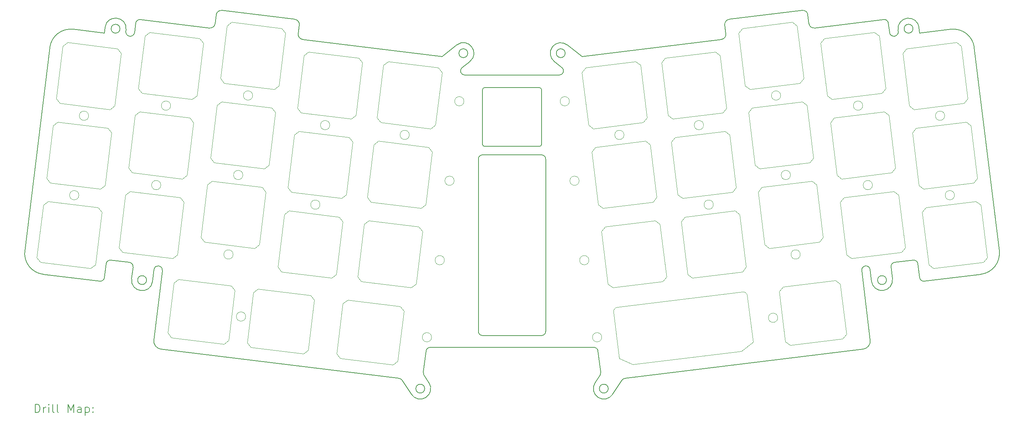
<source format=gbr>
%TF.GenerationSoftware,KiCad,Pcbnew,7.0.10-7.0.10~ubuntu23.04.1*%
%TF.CreationDate,Date%
%TF.ProjectId,plate_asym,706c6174-655f-4617-9379-6d2e6b696361,v0.1*%
%TF.SameCoordinates,PX8bd8a70PY50733a9*%
%TF.FileFunction,Drillmap*%
%TF.FilePolarity,Positive*%
%FSLAX45Y45*%
G04 Gerber Fmt 4.5, Leading zero omitted, Abs format (unit mm)*
G04 Created by KiCad*
%MOMM*%
%LPD*%
G01*
G04 APERTURE LIST*
%ADD10C,0.200000*%
%ADD11C,0.050000*%
G04 APERTURE END LIST*
D10*
X7768292Y-5899563D02*
X9505248Y-6112834D01*
X13000263Y-6996607D02*
X13352501Y-6720889D01*
X24349350Y-12254164D02*
G75*
G03*
X24460788Y-12341232I99260J12194D01*
G01*
X17344395Y-14654494D02*
X23002554Y-13959760D01*
X15313947Y-9135806D02*
X14013947Y-9135806D01*
X5019723Y-11927357D02*
X4979547Y-12254570D01*
X3086355Y-11619111D02*
G75*
G03*
X3521694Y-12176319I496255J-60949D01*
G01*
X13660987Y-7114385D02*
G75*
G03*
X13352501Y-6720889I-154247J196745D01*
G01*
X16636342Y-14759971D02*
G75*
G03*
X17055221Y-15032984I209438J-136509D01*
G01*
X13611743Y-6917636D02*
G75*
G03*
X13401743Y-6917636I-105000J0D01*
G01*
X13401743Y-6917636D02*
G75*
G03*
X13611743Y-6917636I105000J0D01*
G01*
X5131165Y-11840286D02*
G75*
G03*
X5019723Y-11927357I-12195J-99244D01*
G01*
X6155813Y-12066852D02*
X6121562Y-12345799D01*
X12273674Y-15033392D02*
X12056088Y-14699552D01*
X5574672Y-6512416D02*
X5582675Y-6513399D01*
X25807199Y-12175911D02*
G75*
G03*
X26242538Y-11618705I-60919J496261D01*
G01*
X9609729Y-6246564D02*
X9583984Y-6456240D01*
X23002554Y-13959759D02*
G75*
G03*
X23176689Y-13736877I-24374J198509D01*
G01*
X12720579Y-13914990D02*
X16608264Y-13914636D01*
X24349347Y-12254164D02*
X24309170Y-11926951D01*
X5487603Y-6400975D02*
G75*
G03*
X5574672Y-6512416I99257J-12185D01*
G01*
X6152205Y-13737283D02*
X6354315Y-12091221D01*
X5659546Y-12005918D02*
G75*
G03*
X5572472Y-11894475I-99266J12178D01*
G01*
X5625289Y-12284864D02*
X5659540Y-12005917D01*
X21720071Y-6213315D02*
G75*
G03*
X21853807Y-6317795I119129J14655D01*
G01*
X6326340Y-13960166D02*
X11984498Y-14654900D01*
X24335684Y-6303549D02*
G75*
G03*
X23836896Y-6364792I-249394J-30621D01*
G01*
X23207331Y-12345393D02*
X23173081Y-12066446D01*
X7475087Y-6318200D02*
G75*
G03*
X7608817Y-6213720I14613J119120D01*
G01*
X19640428Y-6589563D02*
G75*
G03*
X19744910Y-6455834I-14608J119093D01*
G01*
X23207335Y-12345393D02*
G75*
G03*
X23703604Y-12284458I248135J30463D01*
G01*
X14013947Y-7735806D02*
X15313947Y-7735806D01*
X9583985Y-6456240D02*
G75*
G03*
X9688465Y-6589969I119085J-14640D01*
G01*
X13477932Y-7257363D02*
G75*
G03*
X13539500Y-7436170I61558J-78807D01*
G01*
X9609728Y-6246564D02*
G75*
G03*
X9505248Y-6112834I-119118J14614D01*
G01*
X25648849Y-6783501D02*
X26242538Y-11618705D01*
X15927151Y-6917230D02*
G75*
G03*
X15717151Y-6917230I-105000J0D01*
G01*
X15717151Y-6917230D02*
G75*
G03*
X15927151Y-6917230I105000J0D01*
G01*
X15464069Y-9434813D02*
X15464069Y-13534813D01*
X13539500Y-7436170D02*
X15789529Y-7435847D01*
X24352305Y-6438942D02*
X25091641Y-6348163D01*
X15364069Y-13634813D02*
X13964069Y-13634813D01*
X13660985Y-7114383D02*
X13477930Y-7257360D01*
X5491997Y-6365198D02*
G75*
G03*
X4993213Y-6303955I-249392J30621D01*
G01*
X21853807Y-6317795D02*
X23495992Y-6116160D01*
X5625289Y-12284864D02*
G75*
G03*
X6121562Y-12345799I248137J-30467D01*
G01*
X16170920Y-6872985D02*
X16328630Y-6996201D01*
X4237252Y-6348569D02*
X4976589Y-6439348D01*
X5832901Y-6116571D02*
G75*
G03*
X5721460Y-6203634I-12191J-99249D01*
G01*
X12720579Y-13914988D02*
G75*
G03*
X12621475Y-14001701I11J-100002D01*
G01*
X23756422Y-11894072D02*
G75*
G03*
X23669354Y-12005511I12178J-99248D01*
G01*
X15976392Y-6720482D02*
X16170920Y-6872985D01*
X4237252Y-6348570D02*
G75*
G03*
X3680044Y-6783907I-60922J-496290D01*
G01*
X13864077Y-13534813D02*
G75*
G03*
X13964069Y-13634813I100023J23D01*
G01*
X19744910Y-6455834D02*
X19719165Y-6246158D01*
X23669354Y-12005511D02*
X23703604Y-12284458D01*
X23560468Y-12314926D02*
G75*
G03*
X23350468Y-12314926I-105000J0D01*
G01*
X23350468Y-12314926D02*
G75*
G03*
X23560468Y-12314926I105000J0D01*
G01*
X5832902Y-6116566D02*
X7475087Y-6318201D01*
X15363954Y-7785806D02*
G75*
G03*
X15313947Y-7735806I-50004J-4D01*
G01*
X25807199Y-12175913D02*
X24460788Y-12341232D01*
X23607431Y-6203228D02*
G75*
G03*
X23495992Y-6116160I-99251J-12182D01*
G01*
X17272806Y-14699146D02*
X17055220Y-15032986D01*
X15363947Y-7785806D02*
X15363947Y-9085806D01*
X4868105Y-12341637D02*
G75*
G03*
X4979547Y-12254570I12185J99257D01*
G01*
X5582675Y-6513397D02*
G75*
G03*
X5694116Y-6426331I12185J99257D01*
G01*
X16707385Y-14001340D02*
X16774719Y-14503251D01*
X23634779Y-6425925D02*
G75*
G03*
X23746219Y-6512993I99261J12195D01*
G01*
X13964069Y-9334813D02*
X15364069Y-9334813D01*
X16707385Y-14001340D02*
G75*
G03*
X16608264Y-13914636I-99115J-13300D01*
G01*
X19823646Y-6112429D02*
X21560602Y-5899157D01*
X12588114Y-14896882D02*
G75*
G03*
X12378114Y-14896882I-105000J0D01*
G01*
X12378114Y-14896882D02*
G75*
G03*
X12588114Y-14896882I105000J0D01*
G01*
X24191288Y-6334171D02*
G75*
G03*
X23981288Y-6334171I-105000J0D01*
G01*
X23981288Y-6334171D02*
G75*
G03*
X24191288Y-6334171I105000J0D01*
G01*
X23836896Y-6364792D02*
X23841289Y-6400569D01*
X23607433Y-6203228D02*
X23634777Y-6425925D01*
X13964069Y-9334809D02*
G75*
G03*
X13864069Y-9434813I1J-100001D01*
G01*
X25648854Y-6783501D02*
G75*
G03*
X25091641Y-6348163I-496284J-60949D01*
G01*
X12273673Y-15033389D02*
G75*
G03*
X12692555Y-14760375I209444J136503D01*
G01*
X9688465Y-6589970D02*
X13000263Y-6996607D01*
X16328630Y-6996201D02*
X19640428Y-6589564D01*
X15313947Y-9135807D02*
G75*
G03*
X15363947Y-9085806I3J49997D01*
G01*
X24309168Y-11926952D02*
G75*
G03*
X24197729Y-11839884I-99248J-12178D01*
G01*
X15464067Y-9434813D02*
G75*
G03*
X15364069Y-9334813I-99997J3D01*
G01*
X16636338Y-14759969D02*
X16759388Y-14571135D01*
X15976392Y-6720483D02*
G75*
G03*
X15667909Y-7113977I-154242J-196747D01*
G01*
X13963947Y-9085806D02*
X13963947Y-7785806D01*
X15789529Y-7435849D02*
G75*
G03*
X15851070Y-7257038I-9J99999D01*
G01*
X16950780Y-14896476D02*
G75*
G03*
X16740779Y-14896476I-105000J0D01*
G01*
X16740779Y-14896476D02*
G75*
G03*
X16950780Y-14896476I105000J0D01*
G01*
X4868105Y-12341638D02*
X3521694Y-12176319D01*
X23756422Y-11894069D02*
X24197729Y-11839884D01*
X5131165Y-11840290D02*
X5572472Y-11894475D01*
X12554177Y-14503658D02*
G75*
G03*
X12569505Y-14571541I99113J-13292D01*
G01*
X12569505Y-14571541D02*
X12692555Y-14760375D01*
X5487605Y-6400975D02*
X5491997Y-6365198D01*
X17344396Y-14654496D02*
G75*
G03*
X17272806Y-14699146I12184J-99254D01*
G01*
X21694332Y-6003638D02*
X21720076Y-6213314D01*
X23173082Y-12066442D02*
G75*
G03*
X22974578Y-12090815I-99252J-12188D01*
G01*
X24352260Y-6438580D02*
X24335681Y-6303549D01*
X16759388Y-14571135D02*
G75*
G03*
X16774719Y-14503251I-83778J54595D01*
G01*
X6152205Y-13737283D02*
G75*
G03*
X6326340Y-13960166I198505J-24377D01*
G01*
X13864069Y-13534813D02*
X13864069Y-9434813D01*
X19823646Y-6112427D02*
G75*
G03*
X19719165Y-6246158I14634J-119113D01*
G01*
X23746219Y-6512993D02*
X23754221Y-6512010D01*
X7608817Y-6213720D02*
X7634562Y-6004044D01*
X5978426Y-12315332D02*
G75*
G03*
X5768426Y-12315332I-105000J0D01*
G01*
X5768426Y-12315332D02*
G75*
G03*
X5978426Y-12315332I105000J0D01*
G01*
X12554174Y-14503657D02*
X12621475Y-14001701D01*
X5694116Y-6426331D02*
X5721460Y-6203634D01*
X12056089Y-14699551D02*
G75*
G03*
X11984498Y-14654900I-83779J-54609D01*
G01*
X15851070Y-7257038D02*
X15667909Y-7113977D01*
X13963954Y-9085806D02*
G75*
G03*
X14013947Y-9135806I49996J-4D01*
G01*
X5347605Y-6334577D02*
G75*
G03*
X5137605Y-6334577I-105000J0D01*
G01*
X5137605Y-6334577D02*
G75*
G03*
X5347605Y-6334577I105000J0D01*
G01*
X15364069Y-13634819D02*
G75*
G03*
X15464069Y-13534813I-9J100009D01*
G01*
X14013947Y-7735807D02*
G75*
G03*
X13963947Y-7785806I3J-50003D01*
G01*
X3086356Y-11619111D02*
X3680044Y-6783907D01*
X4993213Y-6303955D02*
X4976633Y-6438986D01*
X21694340Y-6003637D02*
G75*
G03*
X21560602Y-5899157I-119120J-14643D01*
G01*
X23754221Y-6512008D02*
G75*
G03*
X23841289Y-6400569I-12191J99258D01*
G01*
X22974578Y-12090815D02*
X23176689Y-13736877D01*
X6354308Y-12091220D02*
G75*
G03*
X6155813Y-12066848I-99248J12180D01*
G01*
X7768292Y-5899557D02*
G75*
G03*
X7634562Y-6004044I-14603J-119133D01*
G01*
D11*
X19960333Y-10667365D02*
X18769278Y-10813608D01*
X19960333Y-10667365D02*
X20071774Y-10754433D01*
X18682210Y-10925050D02*
X18769278Y-10813608D01*
X18682210Y-10925050D02*
X18835765Y-12175658D01*
X20225330Y-12005041D02*
X20071774Y-10754433D01*
X18835765Y-12175658D02*
X18947207Y-12262726D01*
X20138262Y-12116482D02*
X20225330Y-12005041D01*
X18947207Y-12262726D02*
X20138262Y-12116482D01*
X16796080Y-13675067D02*
G75*
G03*
X16576080Y-13675067I-110000J0D01*
G01*
X16576080Y-13675067D02*
G75*
G03*
X16796080Y-13675067I110000J0D01*
G01*
X21793093Y-9962504D02*
X20602038Y-10108747D01*
X21793093Y-9962504D02*
X21904535Y-10049572D01*
X20514970Y-10220189D02*
X20602038Y-10108747D01*
X20514970Y-10220189D02*
X20668525Y-11470797D01*
X22058090Y-11300180D02*
X21904535Y-10049572D01*
X20668525Y-11470797D02*
X20779967Y-11557864D01*
X21971022Y-11411621D02*
X22058090Y-11300180D01*
X20779967Y-11557864D02*
X21971022Y-11411621D01*
X11544755Y-8567043D02*
X12735810Y-8713286D01*
X11544755Y-8567043D02*
X11457687Y-8455601D01*
X12847252Y-8626218D02*
X12735810Y-8713286D01*
X12847252Y-8626218D02*
X13000807Y-7375610D01*
X11611243Y-7204993D02*
X11457687Y-8455601D01*
X13000807Y-7375610D02*
X12913739Y-7264169D01*
X11722684Y-7117925D02*
X11611243Y-7204993D01*
X12913739Y-7264169D02*
X11722684Y-7117925D01*
X11312594Y-10457843D02*
X12503649Y-10604086D01*
X11312594Y-10457843D02*
X11225526Y-10346402D01*
X12615091Y-10517019D02*
X12503649Y-10604086D01*
X12615091Y-10517019D02*
X12768646Y-9266411D01*
X11379081Y-9095794D02*
X11225526Y-10346402D01*
X12768646Y-9266411D02*
X12681578Y-9154969D01*
X11490523Y-9008726D02*
X11379081Y-9095794D01*
X12681578Y-9154969D02*
X11490523Y-9008726D01*
X8517826Y-12613313D02*
X8371583Y-13804369D01*
X8517826Y-12613313D02*
X8629268Y-12526246D01*
X8458651Y-13915810D02*
X8371583Y-13804369D01*
X8458651Y-13915810D02*
X9709259Y-14069366D01*
X9879876Y-12679801D02*
X8629268Y-12526246D01*
X9709259Y-14069366D02*
X9820701Y-13982298D01*
X9966944Y-12791242D02*
X9879876Y-12679801D01*
X9820701Y-13982298D02*
X9966944Y-12791242D01*
X23741934Y-10203043D02*
X22550878Y-10349286D01*
X23741934Y-10203043D02*
X23853375Y-10290111D01*
X22463811Y-10460728D02*
X22550878Y-10349286D01*
X22463811Y-10460728D02*
X22617366Y-11711336D01*
X24006931Y-11540719D02*
X23853375Y-10290111D01*
X22617366Y-11711336D02*
X22728808Y-11798403D01*
X23919863Y-11652160D02*
X24006931Y-11540719D01*
X22728808Y-11798403D02*
X23919863Y-11652160D01*
X16026897Y-8060706D02*
G75*
G03*
X15806897Y-8060706I-110000J0D01*
G01*
X15806897Y-8060706D02*
G75*
G03*
X16026897Y-8060706I110000J0D01*
G01*
X23509773Y-8312242D02*
X22318717Y-8458486D01*
X23509773Y-8312242D02*
X23621214Y-8399310D01*
X22231650Y-8569927D02*
X22318717Y-8458486D01*
X22231650Y-8569927D02*
X22385205Y-9820535D01*
X23774770Y-9649918D02*
X23621214Y-8399310D01*
X22385205Y-9820535D02*
X22496646Y-9907603D01*
X23687702Y-9761360D02*
X23774770Y-9649918D01*
X22496646Y-9907603D02*
X23687702Y-9761360D01*
X12751814Y-13675067D02*
G75*
G03*
X12531814Y-13675067I-110000J0D01*
G01*
X12531814Y-13675067D02*
G75*
G03*
X12751814Y-13675067I110000J0D01*
G01*
X6627026Y-12381152D02*
X6480783Y-13572208D01*
X6627026Y-12381152D02*
X6738467Y-12294085D01*
X6567850Y-13683649D02*
X6480783Y-13572208D01*
X6567850Y-13683649D02*
X7818458Y-13837205D01*
X7989075Y-12447640D02*
X6738467Y-12294085D01*
X7818458Y-13837205D02*
X7929900Y-13750137D01*
X8076143Y-12559082D02*
X7989075Y-12447640D01*
X7929900Y-13750137D02*
X8076143Y-12559082D01*
X8267445Y-9814784D02*
G75*
G03*
X8047445Y-9814784I-110000J0D01*
G01*
X8047445Y-9814784D02*
G75*
G03*
X8267445Y-9814784I110000J0D01*
G01*
X23228673Y-10055405D02*
G75*
G03*
X23008673Y-10055405I-110000J0D01*
G01*
X23008673Y-10055405D02*
G75*
G03*
X23228673Y-10055405I110000J0D01*
G01*
X13056675Y-11842307D02*
G75*
G03*
X12836675Y-11842307I-110000J0D01*
G01*
X12836675Y-11842307D02*
G75*
G03*
X13056675Y-11842307I110000J0D01*
G01*
X5408032Y-11652160D02*
X6599087Y-11798403D01*
X5408032Y-11652160D02*
X5320964Y-11540719D01*
X6710528Y-11711336D02*
X6599087Y-11798403D01*
X6710528Y-11711336D02*
X6864084Y-10460728D01*
X5474519Y-10290111D02*
X5320964Y-11540719D01*
X6864084Y-10460728D02*
X6777016Y-10349286D01*
X5585961Y-10203043D02*
X5474519Y-10290111D01*
X6777016Y-10349286D02*
X5585961Y-10203043D01*
X18069533Y-10899526D02*
X16878477Y-11045769D01*
X18069533Y-10899526D02*
X18180974Y-10986594D01*
X16791409Y-11157211D02*
X16878477Y-11045769D01*
X16791409Y-11157211D02*
X16944965Y-12407819D01*
X18334529Y-12237202D02*
X18180974Y-10986594D01*
X16944965Y-12407819D02*
X17056406Y-12494887D01*
X18247462Y-12348644D02*
X18334529Y-12237202D01*
X17056406Y-12494887D02*
X18247462Y-12348644D01*
X9653955Y-8334882D02*
X10845010Y-8481125D01*
X9653955Y-8334882D02*
X9566887Y-8223440D01*
X10956451Y-8394057D02*
X10845010Y-8481125D01*
X10956451Y-8394057D02*
X11110007Y-7143449D01*
X9720442Y-6972832D02*
X9566887Y-8223440D01*
X11110007Y-7143449D02*
X11022939Y-7032007D01*
X9831884Y-6885764D02*
X9720442Y-6972832D01*
X11022939Y-7032007D02*
X9831884Y-6885764D01*
X4370380Y-10295944D02*
G75*
G03*
X4150380Y-10295944I-110000J0D01*
G01*
X4150380Y-10295944D02*
G75*
G03*
X4370380Y-10295944I110000J0D01*
G01*
X24945352Y-8405144D02*
G75*
G03*
X24725352Y-8405144I-110000J0D01*
G01*
X24725352Y-8405144D02*
G75*
G03*
X24945352Y-8405144I110000J0D01*
G01*
X11080433Y-12348644D02*
X12271488Y-12494887D01*
X11080433Y-12348644D02*
X10993365Y-12237202D01*
X12382930Y-12407819D02*
X12271488Y-12494887D01*
X12382930Y-12407819D02*
X12536485Y-11157211D01*
X11146920Y-10986594D02*
X10993365Y-12237202D01*
X12536485Y-11157211D02*
X12449417Y-11045769D01*
X11258362Y-10899526D02*
X11146920Y-10986594D01*
X12449417Y-11045769D02*
X11258362Y-10899526D01*
X21047672Y-7924065D02*
G75*
G03*
X20827672Y-7924065I-110000J0D01*
G01*
X20827672Y-7924065D02*
G75*
G03*
X21047672Y-7924065I110000J0D01*
G01*
X10644977Y-12874494D02*
X10498734Y-14065550D01*
X10644977Y-12874494D02*
X10756418Y-12787427D01*
X10585801Y-14176991D02*
X10498734Y-14065550D01*
X10585801Y-14176991D02*
X11836409Y-14330547D01*
X12007026Y-12940982D02*
X10756418Y-12787427D01*
X11836409Y-14330547D02*
X11947851Y-14243479D01*
X12094094Y-13052424D02*
X12007026Y-12940982D01*
X11947851Y-14243479D02*
X12094094Y-13052424D01*
X3691352Y-10001899D02*
X4882407Y-10148142D01*
X3691352Y-10001899D02*
X3604284Y-9890457D01*
X4993849Y-10061074D02*
X4882407Y-10148142D01*
X4993849Y-10061074D02*
X5147404Y-8810466D01*
X3757840Y-8639849D02*
X3604284Y-9890457D01*
X5147404Y-8810466D02*
X5060337Y-8699025D01*
X3869281Y-8552782D02*
X3757840Y-8639849D01*
X5060337Y-8699025D02*
X3869281Y-8552782D01*
X16491219Y-11842307D02*
G75*
G03*
X16271219Y-11842307I-110000J0D01*
G01*
X16271219Y-11842307D02*
G75*
G03*
X16491219Y-11842307I110000J0D01*
G01*
X23277612Y-6421442D02*
X22086556Y-6567685D01*
X23277612Y-6421442D02*
X23389053Y-6508510D01*
X21999489Y-6679127D02*
X22086556Y-6567685D01*
X21999489Y-6679127D02*
X22153044Y-7929735D01*
X23542608Y-7759118D02*
X23389053Y-6508510D01*
X22153044Y-7929735D02*
X22264485Y-8016803D01*
X23455541Y-7870559D02*
X23542608Y-7759118D01*
X22264485Y-8016803D02*
X23455541Y-7870559D01*
X25226452Y-6661981D02*
X24035397Y-6808224D01*
X25226452Y-6661981D02*
X25337894Y-6749049D01*
X23948329Y-6919666D02*
X24035397Y-6808224D01*
X23948329Y-6919666D02*
X24101885Y-8170274D01*
X25491449Y-7999657D02*
X25337894Y-6749049D01*
X24101885Y-8170274D02*
X24213326Y-8257342D01*
X25404381Y-8111098D02*
X25491449Y-7999657D01*
X24213326Y-8257342D02*
X25404381Y-8111098D01*
X5640193Y-9761360D02*
X6831248Y-9907603D01*
X5640193Y-9761360D02*
X5553125Y-9649918D01*
X6942689Y-9820535D02*
X6831248Y-9907603D01*
X6942689Y-9820535D02*
X7096245Y-8569927D01*
X5706680Y-8399310D02*
X5553125Y-9649918D01*
X7096245Y-8569927D02*
X7009177Y-8458486D01*
X5818122Y-8312242D02*
X5706680Y-8399310D01*
X7009177Y-8458486D02*
X5818122Y-8312242D01*
X3923513Y-8111098D02*
X5114568Y-8257342D01*
X3923513Y-8111098D02*
X3836445Y-7999657D01*
X5226010Y-8170274D02*
X5114568Y-8257342D01*
X5226010Y-8170274D02*
X5379565Y-6919666D01*
X3990001Y-6749049D02*
X3836445Y-7999657D01*
X5379565Y-6919666D02*
X5292498Y-6808224D01*
X4101442Y-6661981D02*
X3990001Y-6749049D01*
X5292498Y-6808224D02*
X4101442Y-6661981D01*
X19214911Y-8628927D02*
G75*
G03*
X18994911Y-8628927I-110000J0D01*
G01*
X18994911Y-8628927D02*
G75*
G03*
X19214911Y-8628927I110000J0D01*
G01*
X6551382Y-8164604D02*
G75*
G03*
X6331382Y-8164604I-110000J0D01*
G01*
X6331382Y-8164604D02*
G75*
G03*
X6551382Y-8164604I110000J0D01*
G01*
X5872354Y-7870559D02*
X7063409Y-8016803D01*
X5872354Y-7870559D02*
X5785286Y-7759118D01*
X7174851Y-7929735D02*
X7063409Y-8016803D01*
X7174851Y-7929735D02*
X7328406Y-6679127D01*
X5938841Y-6508510D02*
X5785286Y-7759118D01*
X7328406Y-6679127D02*
X7241338Y-6567685D01*
X6050283Y-6421442D02*
X5938841Y-6508510D01*
X7241338Y-6567685D02*
X6050283Y-6421442D01*
X7589033Y-9520821D02*
X8780089Y-9667064D01*
X7589033Y-9520821D02*
X7501966Y-9409379D01*
X8891530Y-9579996D02*
X8780089Y-9667064D01*
X8891530Y-9579996D02*
X9045086Y-8329388D01*
X7655521Y-8158771D02*
X7501966Y-9409379D01*
X9045086Y-8329388D02*
X8958018Y-8217947D01*
X7766962Y-8071703D02*
X7655521Y-8158771D01*
X8958018Y-8217947D02*
X7766962Y-8071703D01*
X10100205Y-10519646D02*
G75*
G03*
X9880205Y-10519646I-110000J0D01*
G01*
X9880205Y-10519646D02*
G75*
G03*
X10100205Y-10519646I110000J0D01*
G01*
X25177514Y-10295944D02*
G75*
G03*
X24957514Y-10295944I-110000J0D01*
G01*
X24957514Y-10295944D02*
G75*
G03*
X25177514Y-10295944I110000J0D01*
G01*
X25690911Y-10443261D02*
X24499856Y-10589504D01*
X25690911Y-10443261D02*
X25802353Y-10530328D01*
X24412788Y-10700945D02*
X24499856Y-10589504D01*
X24412788Y-10700945D02*
X24566344Y-11951553D01*
X25955908Y-11780936D02*
X25802353Y-10530328D01*
X24566344Y-11951553D02*
X24677785Y-12038621D01*
X25868840Y-11892378D02*
X25955908Y-11780936D01*
X24677785Y-12038621D02*
X25868840Y-11892378D01*
X16259058Y-9951507D02*
G75*
G03*
X16039058Y-9951507I-110000J0D01*
G01*
X16039058Y-9951507D02*
G75*
G03*
X16259058Y-9951507I110000J0D01*
G01*
X8500223Y-7924065D02*
G75*
G03*
X8280223Y-7924065I-110000J0D01*
G01*
X8280223Y-7924065D02*
G75*
G03*
X8500223Y-7924065I110000J0D01*
G01*
X13520998Y-8060706D02*
G75*
G03*
X13300998Y-8060706I-110000J0D01*
G01*
X13300998Y-8060706D02*
G75*
G03*
X13520998Y-8060706I110000J0D01*
G01*
X8035284Y-11705585D02*
G75*
G03*
X7815284Y-11705585I-110000J0D01*
G01*
X7815284Y-11705585D02*
G75*
G03*
X8035284Y-11705585I110000J0D01*
G01*
X8333863Y-13181725D02*
G75*
G03*
X8113863Y-13181725I-110000J0D01*
G01*
X8113863Y-13181725D02*
G75*
G03*
X8333863Y-13181725I110000J0D01*
G01*
X20977497Y-13211116D02*
G75*
G03*
X20757497Y-13211116I-110000J0D01*
G01*
X20757497Y-13211116D02*
G75*
G03*
X20977497Y-13211116I110000J0D01*
G01*
X17324727Y-8861006D02*
G75*
G03*
X17104727Y-8861006I-110000J0D01*
G01*
X17104727Y-8861006D02*
G75*
G03*
X17324727Y-8861006I110000J0D01*
G01*
X10332983Y-8628927D02*
G75*
G03*
X10112983Y-8628927I-110000J0D01*
G01*
X10112983Y-8628927D02*
G75*
G03*
X10332983Y-8628927I110000J0D01*
G01*
X3459808Y-11892781D02*
X4650863Y-12039024D01*
X3459808Y-11892781D02*
X3372740Y-11781340D01*
X4762305Y-11951957D02*
X4650863Y-12039024D01*
X4762305Y-11951957D02*
X4915860Y-10701349D01*
X3526295Y-10530732D02*
X3372740Y-11781340D01*
X4915860Y-10701349D02*
X4828792Y-10589907D01*
X3637737Y-10443664D02*
X3526295Y-10530732D01*
X4828792Y-10589907D02*
X3637737Y-10443664D01*
X21512610Y-11705584D02*
G75*
G03*
X21292610Y-11705584I-110000J0D01*
G01*
X21292610Y-11705584D02*
G75*
G03*
X21512610Y-11705584I110000J0D01*
G01*
X22996512Y-8164604D02*
G75*
G03*
X22776512Y-8164604I-110000J0D01*
G01*
X22776512Y-8164604D02*
G75*
G03*
X22996512Y-8164604I110000J0D01*
G01*
X9189632Y-12116482D02*
X10380688Y-12262726D01*
X9189632Y-12116482D02*
X9102565Y-12005041D01*
X10492129Y-12175658D02*
X10380688Y-12262726D01*
X10492129Y-12175658D02*
X10645685Y-10925050D01*
X9256120Y-10754433D02*
X9102565Y-12005041D01*
X10645685Y-10925050D02*
X10558617Y-10813608D01*
X9367562Y-10667365D02*
X9256120Y-10754433D01*
X10558617Y-10813608D02*
X9367562Y-10667365D01*
X13288837Y-9951507D02*
G75*
G03*
X13068837Y-9951507I-110000J0D01*
G01*
X13068837Y-9951507D02*
G75*
G03*
X13288837Y-9951507I110000J0D01*
G01*
X17215341Y-14180931D02*
X17079456Y-13074242D01*
X17215341Y-14180931D02*
X17535041Y-14323029D01*
X17166524Y-12962801D02*
X20144162Y-12597193D01*
X20115661Y-14006168D02*
X17535041Y-14323029D01*
X20255604Y-12684260D02*
X20391488Y-13790949D01*
X20391488Y-13790949D02*
X20115661Y-14006168D01*
X17166524Y-12962801D02*
G75*
G03*
X17079456Y-13074242I12187J-99254D01*
G01*
X20255604Y-12684260D02*
G75*
G03*
X20144162Y-12597193I-99255J-12187D01*
G01*
X7356872Y-11411621D02*
X8547928Y-11557864D01*
X7356872Y-11411621D02*
X7269804Y-11300180D01*
X8659369Y-11470797D02*
X8547928Y-11557864D01*
X8659369Y-11470797D02*
X8812925Y-10220189D01*
X7423360Y-10049572D02*
X7269804Y-11300180D01*
X8812925Y-10220189D02*
X8725857Y-10108747D01*
X7534801Y-9962504D02*
X7423360Y-10049572D01*
X8725857Y-10108747D02*
X7534801Y-9962504D01*
X25458613Y-8552782D02*
X24267558Y-8699025D01*
X25458613Y-8552782D02*
X25570055Y-8639849D01*
X24180490Y-8810466D02*
X24267558Y-8699025D01*
X24180490Y-8810466D02*
X24334046Y-10061074D01*
X25723610Y-9890457D02*
X25570055Y-8639849D01*
X24334046Y-10061074D02*
X24445487Y-10148142D01*
X25636543Y-10001899D02*
X25723610Y-9890457D01*
X24445487Y-10148142D02*
X25636543Y-10001899D01*
X17605210Y-7117925D02*
X16414155Y-7264169D01*
X17605210Y-7117925D02*
X17716652Y-7204993D01*
X16327087Y-7375610D02*
X16414155Y-7264169D01*
X16327087Y-7375610D02*
X16480643Y-8626218D01*
X17870207Y-8455601D02*
X17716652Y-7204993D01*
X16480643Y-8626218D02*
X16592084Y-8713286D01*
X17783140Y-8567043D02*
X17870207Y-8455601D01*
X16592084Y-8713286D02*
X17783140Y-8567043D01*
X19728172Y-8776565D02*
X18537116Y-8922808D01*
X19728172Y-8776565D02*
X19839613Y-8863632D01*
X18450049Y-9034250D02*
X18537116Y-8922808D01*
X18450049Y-9034250D02*
X18603604Y-10284858D01*
X19993169Y-10114241D02*
X19839613Y-8863632D01*
X18603604Y-10284858D02*
X18715046Y-10371925D01*
X19906101Y-10225682D02*
X19993169Y-10114241D01*
X18715046Y-10371925D02*
X19906101Y-10225682D01*
X17837371Y-9008726D02*
X16646316Y-9154969D01*
X17837371Y-9008726D02*
X17948813Y-9095794D01*
X16559248Y-9266411D02*
X16646316Y-9154969D01*
X16559248Y-9266411D02*
X16712804Y-10517019D01*
X18102368Y-10346402D02*
X17948813Y-9095794D01*
X16712804Y-10517019D02*
X16824245Y-10604086D01*
X18015301Y-10457843D02*
X18102368Y-10346402D01*
X16824245Y-10604086D02*
X18015301Y-10457843D01*
X19447689Y-10519645D02*
G75*
G03*
X19227689Y-10519645I-110000J0D01*
G01*
X19227689Y-10519645D02*
G75*
G03*
X19447689Y-10519645I110000J0D01*
G01*
X4602542Y-8405144D02*
G75*
G03*
X4382542Y-8405144I-110000J0D01*
G01*
X4382542Y-8405144D02*
G75*
G03*
X4602542Y-8405144I110000J0D01*
G01*
X21328771Y-6180903D02*
X20137716Y-6327146D01*
X21328771Y-6180903D02*
X21440212Y-6267971D01*
X20050648Y-6438588D02*
X20137716Y-6327146D01*
X20050648Y-6438588D02*
X20204203Y-7689196D01*
X21593768Y-7518579D02*
X21440212Y-6267971D01*
X20204203Y-7689196D02*
X20315645Y-7776264D01*
X21506700Y-7630020D02*
X21593768Y-7518579D01*
X20315645Y-7776264D02*
X21506700Y-7630020D01*
X21280449Y-9814784D02*
G75*
G03*
X21060449Y-9814784I-110000J0D01*
G01*
X21060449Y-9814784D02*
G75*
G03*
X21280449Y-9814784I110000J0D01*
G01*
X19496011Y-6885764D02*
X18304955Y-7032007D01*
X19496011Y-6885764D02*
X19607452Y-6972832D01*
X18217888Y-7143449D02*
X18304955Y-7032007D01*
X18217888Y-7143449D02*
X18371443Y-8394057D01*
X19761008Y-8223440D02*
X19607452Y-6972832D01*
X18371443Y-8394057D02*
X18482885Y-8481125D01*
X19673940Y-8334882D02*
X19761008Y-8223440D01*
X18482885Y-8481125D02*
X19673940Y-8334882D01*
X21015354Y-12588151D02*
X21161597Y-13779207D01*
X21015354Y-12588151D02*
X21102422Y-12476710D01*
X21273039Y-13866274D02*
X21161597Y-13779207D01*
X21273039Y-13866274D02*
X22523647Y-13712719D01*
X22353030Y-12323154D02*
X21102422Y-12476710D01*
X22523647Y-13712719D02*
X22610715Y-13601277D01*
X22464471Y-12410222D02*
X22353030Y-12323154D01*
X22610715Y-13601277D02*
X22464471Y-12410222D01*
X12223167Y-8861006D02*
G75*
G03*
X12003167Y-8861006I-110000J0D01*
G01*
X12003167Y-8861006D02*
G75*
G03*
X12223167Y-8861006I110000J0D01*
G01*
X6319221Y-10055405D02*
G75*
G03*
X6099221Y-10055405I-110000J0D01*
G01*
X6099221Y-10055405D02*
G75*
G03*
X6319221Y-10055405I110000J0D01*
G01*
X7821194Y-7630020D02*
X9012250Y-7776264D01*
X7821194Y-7630020D02*
X7734127Y-7518579D01*
X9123691Y-7689196D02*
X9012250Y-7776264D01*
X9123691Y-7689196D02*
X9277247Y-6438588D01*
X7887682Y-6267971D02*
X7734127Y-7518579D01*
X9277247Y-6438588D02*
X9190179Y-6327146D01*
X7999124Y-6180903D02*
X7887682Y-6267971D01*
X9190179Y-6327146D02*
X7999124Y-6180903D01*
X9421793Y-10225682D02*
X10612849Y-10371925D01*
X9421793Y-10225682D02*
X9334726Y-10114241D01*
X10724290Y-10284858D02*
X10612849Y-10371925D01*
X10724290Y-10284858D02*
X10877846Y-9034250D01*
X9488281Y-8863632D02*
X9334726Y-10114241D01*
X10877846Y-9034250D02*
X10790778Y-8922808D01*
X9599723Y-8776565D02*
X9488281Y-8863632D01*
X10790778Y-8922808D02*
X9599723Y-8776565D01*
X21560932Y-8071703D02*
X20369877Y-8217947D01*
X21560932Y-8071703D02*
X21672374Y-8158771D01*
X20282809Y-8329388D02*
X20369877Y-8217947D01*
X20282809Y-8329388D02*
X20436364Y-9579996D01*
X21825929Y-9409379D02*
X21672374Y-8158771D01*
X20436364Y-9579996D02*
X20547806Y-9667064D01*
X21738861Y-9520821D02*
X21825929Y-9409379D01*
X20547806Y-9667064D02*
X21738861Y-9520821D01*
D10*
X3333403Y-15468369D02*
X3333403Y-15268369D01*
X3333403Y-15268369D02*
X3381022Y-15268369D01*
X3381022Y-15268369D02*
X3409593Y-15277893D01*
X3409593Y-15277893D02*
X3428641Y-15296941D01*
X3428641Y-15296941D02*
X3438165Y-15315988D01*
X3438165Y-15315988D02*
X3447689Y-15354084D01*
X3447689Y-15354084D02*
X3447689Y-15382655D01*
X3447689Y-15382655D02*
X3438165Y-15420750D01*
X3438165Y-15420750D02*
X3428641Y-15439798D01*
X3428641Y-15439798D02*
X3409593Y-15458846D01*
X3409593Y-15458846D02*
X3381022Y-15468369D01*
X3381022Y-15468369D02*
X3333403Y-15468369D01*
X3533403Y-15468369D02*
X3533403Y-15335036D01*
X3533403Y-15373131D02*
X3542927Y-15354084D01*
X3542927Y-15354084D02*
X3552450Y-15344560D01*
X3552450Y-15344560D02*
X3571498Y-15335036D01*
X3571498Y-15335036D02*
X3590546Y-15335036D01*
X3657212Y-15468369D02*
X3657212Y-15335036D01*
X3657212Y-15268369D02*
X3647689Y-15277893D01*
X3647689Y-15277893D02*
X3657212Y-15287417D01*
X3657212Y-15287417D02*
X3666736Y-15277893D01*
X3666736Y-15277893D02*
X3657212Y-15268369D01*
X3657212Y-15268369D02*
X3657212Y-15287417D01*
X3781022Y-15468369D02*
X3761974Y-15458846D01*
X3761974Y-15458846D02*
X3752450Y-15439798D01*
X3752450Y-15439798D02*
X3752450Y-15268369D01*
X3885784Y-15468369D02*
X3866736Y-15458846D01*
X3866736Y-15458846D02*
X3857212Y-15439798D01*
X3857212Y-15439798D02*
X3857212Y-15268369D01*
X4114355Y-15468369D02*
X4114355Y-15268369D01*
X4114355Y-15268369D02*
X4181022Y-15411227D01*
X4181022Y-15411227D02*
X4247689Y-15268369D01*
X4247689Y-15268369D02*
X4247689Y-15468369D01*
X4428641Y-15468369D02*
X4428641Y-15363608D01*
X4428641Y-15363608D02*
X4419117Y-15344560D01*
X4419117Y-15344560D02*
X4400070Y-15335036D01*
X4400070Y-15335036D02*
X4361974Y-15335036D01*
X4361974Y-15335036D02*
X4342927Y-15344560D01*
X4428641Y-15458846D02*
X4409593Y-15468369D01*
X4409593Y-15468369D02*
X4361974Y-15468369D01*
X4361974Y-15468369D02*
X4342927Y-15458846D01*
X4342927Y-15458846D02*
X4333403Y-15439798D01*
X4333403Y-15439798D02*
X4333403Y-15420750D01*
X4333403Y-15420750D02*
X4342927Y-15401703D01*
X4342927Y-15401703D02*
X4361974Y-15392179D01*
X4361974Y-15392179D02*
X4409593Y-15392179D01*
X4409593Y-15392179D02*
X4428641Y-15382655D01*
X4523879Y-15335036D02*
X4523879Y-15535036D01*
X4523879Y-15344560D02*
X4542927Y-15335036D01*
X4542927Y-15335036D02*
X4581022Y-15335036D01*
X4581022Y-15335036D02*
X4600070Y-15344560D01*
X4600070Y-15344560D02*
X4609593Y-15354084D01*
X4609593Y-15354084D02*
X4619117Y-15373131D01*
X4619117Y-15373131D02*
X4619117Y-15430274D01*
X4619117Y-15430274D02*
X4609593Y-15449322D01*
X4609593Y-15449322D02*
X4600070Y-15458846D01*
X4600070Y-15458846D02*
X4581022Y-15468369D01*
X4581022Y-15468369D02*
X4542927Y-15468369D01*
X4542927Y-15468369D02*
X4523879Y-15458846D01*
X4704832Y-15449322D02*
X4714355Y-15458846D01*
X4714355Y-15458846D02*
X4704832Y-15468369D01*
X4704832Y-15468369D02*
X4695308Y-15458846D01*
X4695308Y-15458846D02*
X4704832Y-15449322D01*
X4704832Y-15449322D02*
X4704832Y-15468369D01*
X4704832Y-15344560D02*
X4714355Y-15354084D01*
X4714355Y-15354084D02*
X4704832Y-15363608D01*
X4704832Y-15363608D02*
X4695308Y-15354084D01*
X4695308Y-15354084D02*
X4704832Y-15344560D01*
X4704832Y-15344560D02*
X4704832Y-15363608D01*
M02*

</source>
